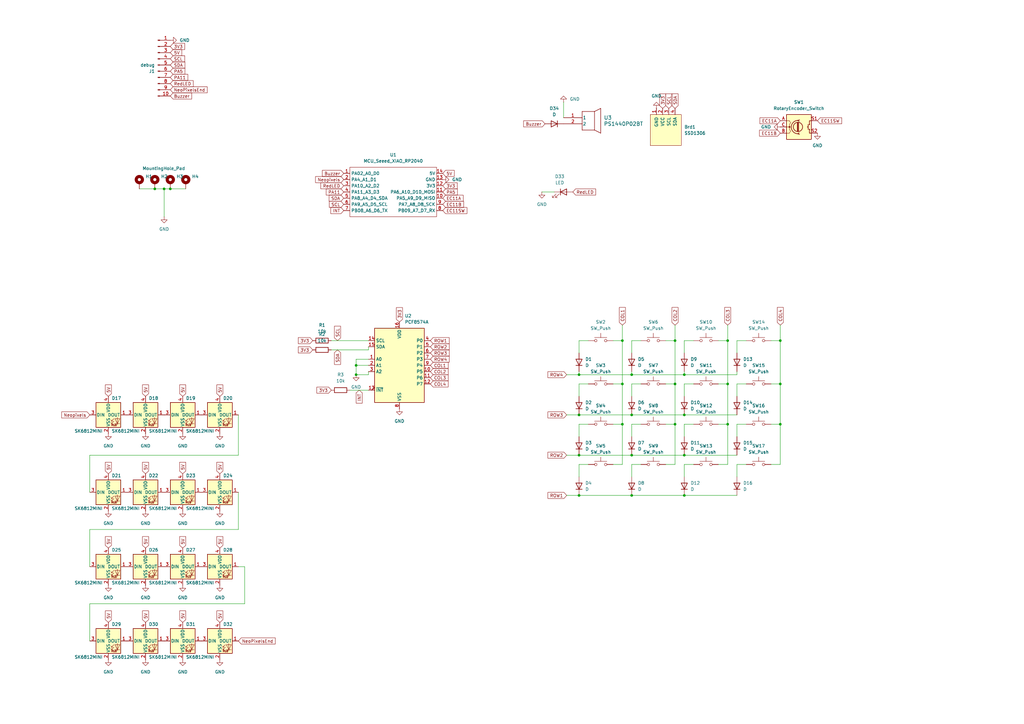
<source format=kicad_sch>
(kicad_sch (version 20231120) (generator "eeschema") (generator_version "8.0")
  (paper "A3")
  (lib_symbols
    (symbol "Connector:Conn_01x10_Pin" (pin_names (offset 1.016) hide)
      (property "Reference" "J" (at 0 12.7 0))
      (property "Value" "Conn_01x10_Pin" (at 0 -15.24 0))
      (symbol "Conn_01x10_Pin_1_1"
        (pin passive line (at 5.08 10.16 180) (length 3.81) (name "Pin_1") (number "1"))
        (pin passive line (at 5.08 -12.7 180) (length 3.81) (name "Pin_10") (number "10"))
        (pin passive line (at 5.08 7.62 180) (length 3.81) (name "Pin_2") (number "2"))
        (pin passive line (at 5.08 5.08 180) (length 3.81) (name "Pin_3") (number "3"))
        (pin passive line (at 5.08 2.54 180) (length 3.81) (name "Pin_4") (number "4"))
        (pin passive line (at 5.08 0 180) (length 3.81) (name "Pin_5") (number "5"))
        (pin passive line (at 5.08 -2.54 180) (length 3.81) (name "Pin_6") (number "6"))
        (pin passive line (at 5.08 -5.08 180) (length 3.81) (name "Pin_7") (number "7"))
        (pin passive line (at 5.08 -7.62 180) (length 3.81) (name "Pin_8") (number "8"))
        (pin passive line (at 5.08 -10.16 180) (length 3.81) (name "Pin_9") (number "9"))
      )
    )
    (symbol "Device:D" (pin_numbers hide) (pin_names (offset 1.016) hide)
      (property "Reference" "D" (at 0 2.54 0))
      (property "Value" "D" (at 0 -2.54 0))
      (symbol "D_1_1"
        (pin passive line (at -3.81 0 0) (length 2.54) (name "K") (number "1"))
        (pin passive line (at 3.81 0 180) (length 2.54) (name "A") (number "2"))
      )
    )
    (symbol "Device:LED" (pin_numbers hide) (pin_names (offset 1.016) hide)
      (property "Reference" "D" (at 0 2.54 0))
      (property "Value" "LED" (at 0 -2.54 0))
      (symbol "LED_1_1"
        (pin passive line (at -3.81 0 0) (length 2.54) (name "K") (number "1"))
        (pin passive line (at 3.81 0 180) (length 2.54) (name "A") (number "2"))
      )
    )
    (symbol "Device:RotaryEncoder_Switch" (pin_names (offset 0.254) hide)
      (property "Reference" "SW" (at 0 6.604 0))
      (property "Value" "RotaryEncoder_Switch" (at 0 -6.604 0))
      (symbol "RotaryEncoder_Switch_1_1"
        (pin passive line (at -7.62 2.54 0) (length 2.54) (name "A") (number "A"))
        (pin passive line (at -7.62 -2.54 0) (length 2.54) (name "B") (number "B"))
        (pin passive line (at -7.62 0 0) (length 2.54) (name "C") (number "C"))
        (pin passive line (at 7.62 2.54 180) (length 2.54) (name "S1") (number "S1"))
        (pin passive line (at 7.62 -2.54 180) (length 2.54) (name "S2") (number "S2"))
      )
    )
    (symbol "Interface_Expansion:PCF8574A"
      (property "Reference" "U" (at -8.89 16.51 0))
      (property "Value" "PCF8574A" (at 2.54 16.51 0))
      (symbol "PCF8574A_1_1"
        (pin input line (at -12.7 2.54 0) (length 2.54) (name "A0") (number "1"))
        (pin bidirectional line (at 12.7 -2.54 180) (length 2.54) (name "P5") (number "10"))
        (pin bidirectional line (at 12.7 -5.08 180) (length 2.54) (name "P6") (number "11"))
        (pin bidirectional line (at 12.7 -7.62 180) (length 2.54) (name "P7") (number "12"))
        (pin open_collector output_low (at -12.7 -10.16 0) (length 2.54) (name "~{INT}") (number "13"))
        (pin input line (at -12.7 10.16 0) (length 2.54) (name "SCL") (number "14"))
        (pin bidirectional line (at -12.7 7.62 0) (length 2.54) (name "SDA") (number "15"))
        (pin power_in line (at 0 17.78 270) (length 2.54) (name "VDD") (number "16"))
        (pin input line (at -12.7 0 0) (length 2.54) (name "A1") (number "2"))
        (pin input line (at -12.7 -2.54 0) (length 2.54) (name "A2") (number "3"))
        (pin bidirectional line (at 12.7 10.16 180) (length 2.54) (name "P0") (number "4"))
        (pin bidirectional line (at 12.7 7.62 180) (length 2.54) (name "P1") (number "5"))
        (pin bidirectional line (at 12.7 5.08 180) (length 2.54) (name "P2") (number "6"))
        (pin bidirectional line (at 12.7 2.54 180) (length 2.54) (name "P3") (number "7"))
        (pin power_in line (at 0 -17.78 90) (length 2.54) (name "VSS") (number "8"))
        (pin bidirectional line (at 12.7 0 180) (length 2.54) (name "P4") (number "9"))
      )
    )
    (symbol "LED:SK6812MINI" (pin_names (offset 0.254))
      (property "Reference" "D" (at 5.08 5.715 0))
      (property "Value" "SK6812MINI" (at 1.27 -5.715 0))
      (symbol "SK6812MINI_0_0"
        (text "RGB" (at 2.286 -4.191 0) (effects (font (size 0.762 0.762))))
      )
      (symbol "SK6812MINI_1_1"
        (pin output line (at 7.62 0 180) (length 2.54) (name "DOUT") (number "1"))
        (pin power_in line (at 0 -7.62 90) (length 2.54) (name "VSS") (number "2"))
        (pin input line (at -7.62 0 0) (length 2.54) (name "DIN") (number "3"))
        (pin power_in line (at 0 7.62 270) (length 2.54) (name "VDD") (number "4"))
      )
    )
    (symbol "Mechanical:MountingHole_Pad" (pin_numbers hide) (pin_names (offset 1.016) hide) (exclude_from_sim yes) (in_bom no)
      (property "Reference" "H" (at 0 6.35 0))
      (property "Value" "MountingHole_Pad" (at 0 4.445 0))
      (symbol "MountingHole_Pad_1_1"
        (pin input line (at 0 -2.54 90) (length 2.54) (name "1") (number "1"))
      )
    )
    (symbol "SSD1306-128x64_OLED:SSD1306" (pin_names (offset 1.016))
      (property "Reference" "Brd" (at 0 -3.81 0))
      (property "Value" "SSD1306" (at 0 -1.27 0))
      (symbol "SSD1306_1_1"
        (pin input line (at -3.81 8.89 270) (length 2.54) (name "GND") (number "1"))
        (pin input line (at -1.27 8.89 270) (length 2.54) (name "VCC") (number "2"))
        (pin input line (at 1.27 8.89 270) (length 2.54) (name "SCL") (number "3"))
        (pin input line (at 3.81 8.89 270) (length 2.54) (name "SDA") (number "4"))
      )
    )
    (symbol "ScottoKeebs:MCU_Seeed_XIAO_RP2040"
      (property "Reference" "U" (at -16.51 11.43 0))
      (property "Value" "MCU_Seeed_XIAO_RP2040" (at -3.81 -11.43 0))
      (symbol "MCU_Seeed_XIAO_RP2040_1_1"
        (pin passive line (at -19.05 7.62 0) (length 2.54) (name "PA02_A0_D0") (number "1"))
        (pin passive line (at 21.59 -2.54 180) (length 2.54) (name "PA5_A9_D9_MISO") (number "10"))
        (pin passive line (at 21.59 0 180) (length 2.54) (name "PA6_A10_D10_MOSI") (number "11"))
        (pin passive line (at 21.59 2.54 180) (length 2.54) (name "3V3") (number "12"))
        (pin passive line (at 21.59 5.08 180) (length 2.54) (name "GND") (number "13"))
        (pin passive line (at 21.59 7.62 180) (length 2.54) (name "5V") (number "14"))
        (pin passive line (at -19.05 5.08 0) (length 2.54) (name "PA4_A1_D1") (number "2"))
        (pin passive line (at -19.05 2.54 0) (length 2.54) (name "PA10_A2_D2") (number "3"))
        (pin passive line (at -19.05 0 0) (length 2.54) (name "PA11_A3_D3") (number "4"))
        (pin passive line (at -19.05 -2.54 0) (length 2.54) (name "PA8_A4_D4_SDA") (number "5"))
        (pin passive line (at -19.05 -5.08 0) (length 2.54) (name "PA9_A5_D5_SCL") (number "6"))
        (pin passive line (at -19.05 -7.62 0) (length 2.54) (name "PB08_A6_D6_TX") (number "7"))
        (pin passive line (at 21.59 -7.62 180) (length 2.54) (name "PB09_A7_D7_RX") (number "8"))
        (pin passive line (at 21.59 -5.08 180) (length 2.54) (name "PA7_A8_D8_SCK") (number "9"))
      )
    )
    (symbol "ScottoKeebs:Placeholder_Resistor" (pin_numbers hide) (pin_names (offset 0))
      (property "Reference" "R" (at 0 2.032 0))
      (property "Value" "Resistor" (at 0 -2.54 0))
      (symbol "Placeholder_Resistor_1_1"
        (pin passive line (at -3.81 0 0) (length 1.27) (name "~") (number "1"))
        (pin passive line (at 3.81 0 180) (length 1.27) (name "~") (number "2"))
      )
    )
    (symbol "Switch:SW_Push" (pin_numbers hide) (pin_names (offset 1.016) hide)
      (property "Reference" "SW" (at 1.27 2.54 0))
      (property "Value" "SW_Push" (at 0 -1.524 0))
      (symbol "SW_Push_0_1"
        (pin passive line (at -5.08 0 0) (length 2.54) (name "1") (number "1"))
        (pin passive line (at 5.08 0 180) (length 2.54) (name "2") (number "2"))
      )
    )
    (symbol "buzzer:PS1440P02BT" (pin_names (offset 0.254))
      (property "Reference" "U" (at 7.62 7.62 0))
      (property "Value" "PS1440P02BT" (at 20.32 7.62 0))
      (symbol "PS1440P02BT_0_1"
        (pin unspecified line (at 0 0 0) (length 7.62) (name "1") (number "1"))
        (pin unspecified line (at 0 -2.54 0) (length 7.62) (name "2") (number "2"))
      )
    )
    (symbol "power:GND" (power) (pin_numbers hide) (pin_names (offset 0) hide)
      (property "Value" "GND" (at 0 -3.81 0))
      (symbol "GND_1_1"
        (pin power_in line (at 0 0 270) (length 0) (name "~") (number "1"))
      )
    )
  )
  (junction (at 276.86 139.7))
  (junction (at 320.04 173.99))
  (junction (at 237.49 170.18))
  (junction (at 255.27 157.48))
  (junction (at 280.67 203.2))
  (junction (at 69.85 77.47))
  (junction (at 255.27 139.7))
  (junction (at 255.27 173.99))
  (junction (at 259.08 186.69))
  (junction (at 237.49 186.69))
  (junction (at 280.67 153.67))
  (junction (at 237.49 153.67))
  (junction (at 259.08 153.67))
  (junction (at 298.45 157.48))
  (junction (at 237.49 203.2))
  (junction (at 146.05 153.67))
  (junction (at 298.45 139.7))
  (junction (at 280.67 170.18))
  (junction (at 146.05 149.86))
  (junction (at 276.86 173.99))
  (junction (at 320.04 139.7))
  (junction (at 63.5 77.47))
  (junction (at 259.08 203.2))
  (junction (at 320.04 157.48))
  (junction (at 276.86 157.48))
  (junction (at 259.08 170.18))
  (junction (at 280.67 186.69))
  (junction (at 67.31 77.47))
  (junction (at 298.45 173.99))
  (wire (pts (xy 280.67 162.56) (xy 280.67 157.48)))
  (wire (pts (xy 276.86 173.99) (xy 276.86 190.5)))
  (wire (pts (xy 302.26 195.58) (xy 302.26 190.5)))
  (wire (pts (xy 151.13 153.67) (xy 151.13 152.4)))
  (wire (pts (xy 280.67 152.4) (xy 280.67 153.67)))
  (wire (pts (xy 255.27 173.99) (xy 255.27 190.5)))
  (wire (pts (xy 237.49 157.48) (xy 241.3 157.48)))
  (wire (pts (xy 97.79 170.18) (xy 97.79 186.69)))
  (wire (pts (xy 259.08 173.99) (xy 262.89 173.99)))
  (wire (pts (xy 302.26 162.56) (xy 302.26 157.48)))
  (wire (pts (xy 276.86 157.48) (xy 276.86 173.99)))
  (wire (pts (xy 135.89 143.51) (xy 151.13 143.51)))
  (wire (pts (xy 302.26 152.4) (xy 302.26 153.67)))
  (wire (pts (xy 67.31 88.9) (xy 67.31 77.47)))
  (wire (pts (xy 237.49 139.7) (xy 241.3 139.7)))
  (wire (pts (xy 143.51 160.02) (xy 151.13 160.02)))
  (wire (pts (xy 100.33 247.65) (xy 36.83 247.65)))
  (wire (pts (xy 251.46 173.99) (xy 255.27 173.99)))
  (wire (pts (xy 276.86 139.7) (xy 276.86 157.48)))
  (wire (pts (xy 259.08 170.18) (xy 280.67 170.18)))
  (wire (pts (xy 298.45 173.99) (xy 298.45 190.5)))
  (wire (pts (xy 302.26 144.78) (xy 302.26 139.7)))
  (wire (pts (xy 276.86 139.7) (xy 273.05 139.7)))
  (wire (pts (xy 255.27 157.48) (xy 255.27 173.99)))
  (wire (pts (xy 320.04 139.7) (xy 316.23 139.7)))
  (wire (pts (xy 259.08 139.7) (xy 262.89 139.7)))
  (wire (pts (xy 36.83 186.69) (xy 36.83 201.93)))
  (wire (pts (xy 302.26 173.99) (xy 306.07 173.99)))
  (wire (pts (xy 97.79 201.93) (xy 97.79 217.17)))
  (wire (pts (xy 320.04 173.99) (xy 320.04 190.5)))
  (wire (pts (xy 67.31 77.47) (xy 69.85 77.47)))
  (wire (pts (xy 320.04 157.48) (xy 320.04 173.99)))
  (wire (pts (xy 237.49 152.4) (xy 237.49 153.67)))
  (wire (pts (xy 231.14 41.91) (xy 231.14 48.26)))
  (wire (pts (xy 280.67 186.69) (xy 302.26 186.69)))
  (wire (pts (xy 259.08 186.69) (xy 280.67 186.69)))
  (wire (pts (xy 259.08 144.78) (xy 259.08 139.7)))
  (wire (pts (xy 255.27 139.7) (xy 255.27 157.48)))
  (wire (pts (xy 251.46 157.48) (xy 255.27 157.48)))
  (wire (pts (xy 316.23 190.5) (xy 320.04 190.5)))
  (wire (pts (xy 232.41 153.67) (xy 237.49 153.67)))
  (wire (pts (xy 294.64 157.48) (xy 298.45 157.48)))
  (wire (pts (xy 259.08 203.2) (xy 280.67 203.2)))
  (wire (pts (xy 298.45 133.35) (xy 298.45 139.7)))
  (wire (pts (xy 69.85 77.47) (xy 76.2 77.47)))
  (wire (pts (xy 259.08 195.58) (xy 259.08 190.5)))
  (wire (pts (xy 251.46 190.5) (xy 255.27 190.5)))
  (wire (pts (xy 237.49 173.99) (xy 241.3 173.99)))
  (wire (pts (xy 302.26 157.48) (xy 306.07 157.48)))
  (wire (pts (xy 135.89 139.7) (xy 151.13 139.7)))
  (wire (pts (xy 237.49 144.78) (xy 237.49 139.7)))
  (wire (pts (xy 294.64 173.99) (xy 298.45 173.99)))
  (wire (pts (xy 237.49 203.2) (xy 259.08 203.2)))
  (wire (pts (xy 151.13 143.51) (xy 151.13 142.24)))
  (wire (pts (xy 259.08 157.48) (xy 262.89 157.48)))
  (wire (pts (xy 237.49 179.07) (xy 237.49 173.99)))
  (wire (pts (xy 302.26 179.07) (xy 302.26 173.99)))
  (wire (pts (xy 280.67 157.48) (xy 284.48 157.48)))
  (wire (pts (xy 298.45 139.7) (xy 298.45 157.48)))
  (wire (pts (xy 237.49 186.69) (xy 259.08 186.69)))
  (wire (pts (xy 320.04 133.35) (xy 320.04 139.7)))
  (wire (pts (xy 255.27 133.35) (xy 255.27 139.7)))
  (wire (pts (xy 280.67 139.7) (xy 284.48 139.7)))
  (wire (pts (xy 280.67 170.18) (xy 302.26 170.18)))
  (wire (pts (xy 273.05 173.99) (xy 276.86 173.99)))
  (wire (pts (xy 316.23 157.48) (xy 320.04 157.48)))
  (wire (pts (xy 280.67 153.67) (xy 302.26 153.67)))
  (wire (pts (xy 280.67 173.99) (xy 284.48 173.99)))
  (wire (pts (xy 97.79 232.41) (xy 100.33 232.41)))
  (wire (pts (xy 237.49 195.58) (xy 237.49 190.5)))
  (wire (pts (xy 280.67 179.07) (xy 280.67 173.99)))
  (wire (pts (xy 280.67 144.78) (xy 280.67 139.7)))
  (wire (pts (xy 146.05 147.32) (xy 146.05 149.86)))
  (wire (pts (xy 320.04 139.7) (xy 320.04 157.48)))
  (wire (pts (xy 273.05 190.5) (xy 276.86 190.5)))
  (wire (pts (xy 232.41 186.69) (xy 237.49 186.69)))
  (wire (pts (xy 100.33 232.41) (xy 100.33 247.65)))
  (wire (pts (xy 237.49 170.18) (xy 259.08 170.18)))
  (wire (pts (xy 63.5 77.47) (xy 57.15 77.47)))
  (wire (pts (xy 237.49 162.56) (xy 237.49 157.48)))
  (wire (pts (xy 255.27 139.7) (xy 251.46 139.7)))
  (wire (pts (xy 259.08 153.67) (xy 280.67 153.67)))
  (wire (pts (xy 280.67 203.2) (xy 302.26 203.2)))
  (wire (pts (xy 237.49 190.5) (xy 241.3 190.5)))
  (wire (pts (xy 36.83 247.65) (xy 36.83 262.89)))
  (wire (pts (xy 151.13 147.32) (xy 146.05 147.32)))
  (wire (pts (xy 276.86 133.35) (xy 276.86 139.7)))
  (wire (pts (xy 151.13 149.86) (xy 146.05 149.86)))
  (wire (pts (xy 146.05 149.86) (xy 146.05 153.67)))
  (wire (pts (xy 302.26 190.5) (xy 306.07 190.5)))
  (wire (pts (xy 294.64 190.5) (xy 298.45 190.5)))
  (wire (pts (xy 36.83 217.17) (xy 36.83 232.41)))
  (wire (pts (xy 259.08 190.5) (xy 262.89 190.5)))
  (wire (pts (xy 280.67 195.58) (xy 280.67 190.5)))
  (wire (pts (xy 97.79 186.69) (xy 36.83 186.69)))
  (wire (pts (xy 298.45 139.7) (xy 294.64 139.7)))
  (wire (pts (xy 259.08 162.56) (xy 259.08 157.48)))
  (wire (pts (xy 259.08 152.4) (xy 259.08 153.67)))
  (wire (pts (xy 146.05 153.67) (xy 151.13 153.67)))
  (wire (pts (xy 237.49 153.67) (xy 259.08 153.67)))
  (wire (pts (xy 67.31 77.47) (xy 63.5 77.47)))
  (wire (pts (xy 302.26 139.7) (xy 306.07 139.7)))
  (wire (pts (xy 222.25 78.74) (xy 227.33 78.74)))
  (wire (pts (xy 232.41 170.18) (xy 237.49 170.18)))
  (wire (pts (xy 97.79 217.17) (xy 36.83 217.17)))
  (wire (pts (xy 298.45 157.48) (xy 298.45 173.99)))
  (wire (pts (xy 259.08 179.07) (xy 259.08 173.99)))
  (wire (pts (xy 273.05 157.48) (xy 276.86 157.48)))
  (wire (pts (xy 232.41 203.2) (xy 237.49 203.2)))
  (wire (pts (xy 316.23 173.99) (xy 320.04 173.99)))
  (wire (pts (xy 280.67 190.5) (xy 284.48 190.5)))
  (global_label "COL4" (shape input) (at 320.04 133.35 90) (property "Intersheetrefs" "${INTERSHEET_REFS}" (effects (hide yes))))
  (global_label "ROW4" (shape input) (at 232.41 153.67 180) (property "Intersheetrefs" "${INTERSHEET_REFS}" (effects (hide yes))))
  (global_label "Buzzer" (shape input) (at 140.97 71.12 180) (property "Intersheetrefs" "${INTERSHEET_REFS}" (effects (hide yes))))
  (global_label "EC11B" (shape input) (at 320.04 54.61 180) (property "Intersheetrefs" "${INTERSHEET_REFS}" (effects (hide yes))))
  (global_label "ROW2" (shape input) (at 232.41 186.69 180) (property "Intersheetrefs" "${INTERSHEET_REFS}" (effects (hide yes))))
  (global_label "SDA" (shape input) (at 69.85 26.67 0) (property "Intersheetrefs" "${INTERSHEET_REFS}" (effects (hide yes))))
  (global_label "INT" (shape input) (at 140.97 86.36 180) (property "Intersheetrefs" "${INTERSHEET_REFS}" (effects (hide yes))))
  (global_label "SCL" (shape input) (at 138.43 139.7 90) (property "Intersheetrefs" "${INTERSHEET_REFS}" (effects (hide yes))))
  (global_label "ROW1" (shape input) (at 232.41 203.2 180) (property "Intersheetrefs" "${INTERSHEET_REFS}" (effects (hide yes))))
  (global_label "Neopixels" (shape input) (at 140.97 73.66 180) (property "Intersheetrefs" "${INTERSHEET_REFS}" (effects (hide yes))))
  (global_label "EC11SW" (shape input) (at 335.28 49.53 0) (property "Intersheetrefs" "${INTERSHEET_REFS}" (effects (hide yes))))
  (global_label "ROW2" (shape input) (at 176.53 142.24 0) (property "Intersheetrefs" "${INTERSHEET_REFS}" (effects (hide yes))))
  (global_label "Buzzer" (shape input) (at 69.85 39.37 0) (property "Intersheetrefs" "${INTERSHEET_REFS}" (effects (hide yes))))
  (global_label "3V3" (shape input) (at 69.85 19.05 0) (property "Intersheetrefs" "${INTERSHEET_REFS}" (effects (hide yes))))
  (global_label "5V" (shape input) (at 90.17 255.27 90) (property "Intersheetrefs" "${INTERSHEET_REFS}" (effects (hide yes))))
  (global_label "ROW3" (shape input) (at 176.53 144.78 0) (property "Intersheetrefs" "${INTERSHEET_REFS}" (effects (hide yes))))
  (global_label "5V" (shape input) (at 90.17 162.56 90) (property "Intersheetrefs" "${INTERSHEET_REFS}" (effects (hide yes))))
  (global_label "5V" (shape input) (at 74.93 255.27 90) (property "Intersheetrefs" "${INTERSHEET_REFS}" (effects (hide yes))))
  (global_label "EC11B" (shape input) (at 181.61 83.82 0) (property "Intersheetrefs" "${INTERSHEET_REFS}" (effects (hide yes))))
  (global_label "COL1" (shape input) (at 255.27 133.35 90) (property "Intersheetrefs" "${INTERSHEET_REFS}" (effects (hide yes))))
  (global_label "SCL" (shape input) (at 69.85 24.13 0) (property "Intersheetrefs" "${INTERSHEET_REFS}" (effects (hide yes))))
  (global_label "5V" (shape input) (at 69.85 21.59 0) (property "Intersheetrefs" "${INTERSHEET_REFS}" (effects (hide yes))))
  (global_label "ROW1" (shape input) (at 176.53 139.7 0) (property "Intersheetrefs" "${INTERSHEET_REFS}" (effects (hide yes))))
  (global_label "RedLED" (shape input) (at 140.97 76.2 180) (property "Intersheetrefs" "${INTERSHEET_REFS}" (effects (hide yes))))
  (global_label "ROW4" (shape input) (at 176.53 147.32 0) (property "Intersheetrefs" "${INTERSHEET_REFS}" (effects (hide yes))))
  (global_label "PA5" (shape input) (at 181.61 78.74 0) (property "Intersheetrefs" "${INTERSHEET_REFS}" (effects (hide yes))))
  (global_label "5V" (shape input) (at 59.69 194.31 90) (property "Intersheetrefs" "${INTERSHEET_REFS}" (effects (hide yes))))
  (global_label "5V" (shape input) (at 90.17 194.31 90) (property "Intersheetrefs" "${INTERSHEET_REFS}" (effects (hide yes))))
  (global_label "INT" (shape input) (at 147.32 160.02 270) (property "Intersheetrefs" "${INTERSHEET_REFS}" (effects (hide yes))))
  (global_label "RedLED" (shape input) (at 234.95 78.74 0) (property "Intersheetrefs" "${INTERSHEET_REFS}" (effects (hide yes))))
  (global_label "RedLED" (shape input) (at 69.85 34.29 0) (property "Intersheetrefs" "${INTERSHEET_REFS}" (effects (hide yes))))
  (global_label "SCL" (shape input) (at 274.32 44.45 90) (property "Intersheetrefs" "${INTERSHEET_REFS}" (effects (hide yes))))
  (global_label "5V" (shape input) (at 74.93 162.56 90) (property "Intersheetrefs" "${INTERSHEET_REFS}" (effects (hide yes))))
  (global_label "PA11" (shape input) (at 140.97 78.74 180) (property "Intersheetrefs" "${INTERSHEET_REFS}" (effects (hide yes))))
  (global_label "EC11SW" (shape input) (at 181.61 86.36 0) (property "Intersheetrefs" "${INTERSHEET_REFS}" (effects (hide yes))))
  (global_label "COL2" (shape input) (at 176.53 152.4 0) (property "Intersheetrefs" "${INTERSHEET_REFS}" (effects (hide yes))))
  (global_label "SCL" (shape input) (at 140.97 83.82 180) (property "Intersheetrefs" "${INTERSHEET_REFS}" (effects (hide yes))))
  (global_label "3V3" (shape input) (at 128.27 143.51 180) (property "Intersheetrefs" "${INTERSHEET_REFS}" (effects (hide yes))))
  (global_label "3V3" (shape input) (at 181.61 76.2 0) (property "Intersheetrefs" "${INTERSHEET_REFS}" (effects (hide yes))))
  (global_label "SDA" (shape input) (at 276.86 44.45 90) (property "Intersheetrefs" "${INTERSHEET_REFS}" (effects (hide yes))))
  (global_label "SDA" (shape input) (at 140.97 81.28 180) (property "Intersheetrefs" "${INTERSHEET_REFS}" (effects (hide yes))))
  (global_label "5V" (shape input) (at 44.45 224.79 90) (property "Intersheetrefs" "${INTERSHEET_REFS}" (effects (hide yes))))
  (global_label "COL2" (shape input) (at 276.86 133.35 90) (property "Intersheetrefs" "${INTERSHEET_REFS}" (effects (hide yes))))
  (global_label "Neopixels" (shape input) (at 36.83 170.18 180) (property "Intersheetrefs" "${INTERSHEET_REFS}" (effects (hide yes))))
  (global_label "5V" (shape input) (at 44.45 194.31 90) (property "Intersheetrefs" "${INTERSHEET_REFS}" (effects (hide yes))))
  (global_label "COL4" (shape input) (at 176.53 157.48 0) (property "Intersheetrefs" "${INTERSHEET_REFS}" (effects (hide yes))))
  (global_label "COL3" (shape input) (at 298.45 133.35 90) (property "Intersheetrefs" "${INTERSHEET_REFS}" (effects (hide yes))))
  (global_label "5V" (shape input) (at 59.69 255.27 90) (property "Intersheetrefs" "${INTERSHEET_REFS}" (effects (hide yes))))
  (global_label "COL1" (shape input) (at 176.53 149.86 0) (property "Intersheetrefs" "${INTERSHEET_REFS}" (effects (hide yes))))
  (global_label "3V3" (shape input) (at 163.83 132.08 90) (property "Intersheetrefs" "${INTERSHEET_REFS}" (effects (hide yes))))
  (global_label "5V" (shape input) (at 59.69 162.56 90) (property "Intersheetrefs" "${INTERSHEET_REFS}" (effects (hide yes))))
  (global_label "EC11A" (shape input) (at 320.04 49.53 180) (property "Intersheetrefs" "${INTERSHEET_REFS}" (effects (hide yes))))
  (global_label "EC11A" (shape input) (at 181.61 81.28 0) (property "Intersheetrefs" "${INTERSHEET_REFS}" (effects (hide yes))))
  (global_label "NeoPixelsEnd" (shape input) (at 69.85 36.83 0) (property "Intersheetrefs" "${INTERSHEET_REFS}" (effects (hide yes))))
  (global_label "NeoPixelsEnd" (shape input) (at 97.79 262.89 0) (property "Intersheetrefs" "${INTERSHEET_REFS}" (effects (hide yes))))
  (global_label "Buzzer" (shape input) (at 223.52 50.8 180) (property "Intersheetrefs" "${INTERSHEET_REFS}" (effects (hide yes))))
  (global_label "5V" (shape input) (at 44.45 255.27 90) (property "Intersheetrefs" "${INTERSHEET_REFS}" (effects (hide yes))))
  (global_label "COL3" (shape input) (at 176.53 154.94 0) (property "Intersheetrefs" "${INTERSHEET_REFS}" (effects (hide yes))))
  (global_label "5V" (shape input) (at 44.45 162.56 90) (property "Intersheetrefs" "${INTERSHEET_REFS}" (effects (hide yes))))
  (global_label "5V" (shape input) (at 74.93 224.79 90) (property "Intersheetrefs" "${INTERSHEET_REFS}" (effects (hide yes))))
  (global_label "3V3" (shape input) (at 271.78 44.45 90) (property "Intersheetrefs" "${INTERSHEET_REFS}" (effects (hide yes))))
  (global_label "5V" (shape input) (at 181.61 71.12 0) (property "Intersheetrefs" "${INTERSHEET_REFS}" (effects (hide yes))))
  (global_label "5V" (shape input) (at 90.17 224.79 90) (property "Intersheetrefs" "${INTERSHEET_REFS}" (effects (hide yes))))
  (global_label "ROW3" (shape input) (at 232.41 170.18 180) (property "Intersheetrefs" "${INTERSHEET_REFS}" (effects (hide yes))))
  (global_label "5V" (shape input) (at 74.93 194.31 90) (property "Intersheetrefs" "${INTERSHEET_REFS}" (effects (hide yes))))
  (global_label "PA11" (shape input) (at 69.85 31.75 0) (property "Intersheetrefs" "${INTERSHEET_REFS}" (effects (hide yes))))
  (global_label "3V3" (shape input) (at 135.89 160.02 180) (property "Intersheetrefs" "${INTERSHEET_REFS}" (effects (hide yes))))
  (global_label "PA5" (shape input) (at 69.85 29.21 0) (property "Intersheetrefs" "${INTERSHEET_REFS}" (effects (hide yes))))
  (global_label "5V" (shape input) (at 59.69 224.79 90) (property "Intersheetrefs" "${INTERSHEET_REFS}" (effects (hide yes))))
  (global_label "SDA" (shape input) (at 138.43 143.51 270) (property "Intersheetrefs" "${INTERSHEET_REFS}" (effects (hide yes))))
  (global_label "3V3" (shape input) (at 128.27 139.7 180) (property "Intersheetrefs" "${INTERSHEET_REFS}" (effects (hide yes))))
  (symbol (lib_id "Mechanical:MountingHole_Pad") (at 57.15 74.93 0) (unit 1) (exclude_from_sim yes) (in_bom no)
    (property "Reference" "H1" (at 59.69 72.3899 0) (effects (justify left)))
    (property "Value" "MountingHole_Pad" (at 58.42 69.088 0) (effects (justify left)))
    (property "Footprint" "MountingHole:MountingHole_3.2mm_M3_Pad" (effects (hide yes)))
    (property "Description" "Mounting Hole with connection" (effects (hide yes)))
  )
  (symbol (lib_id "power:GND") (at 90.17 209.55 0) (unit 1)
    (property "Reference" "#PWR016" (effects (hide yes)))
    (property "Value" "GND" (at 90.17 214.63 0))
    (property "Description" "Power symbol creates a global label with name \"GND\" , ground" (effects (hide yes)))
  )
  (symbol (lib_id "LED:SK6812MINI") (at 44.45 262.89 0) (unit 1)
    (property "Reference" "D29" (at 47.752 256.032 0))
    (property "Value" "SK6812MINI" (at 36.322 269.494 0))
    (property "Footprint" "kicad-keyboard-parts.pretty-master:MX_SK6812MINI-E" (effects (hide yes)))
    (property "Datasheet" "https://cdn-shop.adafruit.com/product-files/2686/SK6812MINI_REV.01-1-2.pdf" (effects (hide yes)))
    (property "Description" "RGB LED with integrated controller" (effects (hide yes)))
  )
  (symbol (lib_id "Switch:SW_Push") (at 267.97 157.48 0) (unit 1)
    (property "Reference" "SW7" (at 267.97 149.86 0))
    (property "Value" "SW_Push" (at 267.97 152.4 0))
    (property "Footprint" "ScottoKeebs_Scotto:MX_Solder_1.00u" (effects (hide yes)))
  )
  (symbol (lib_id "power:GND") (at 146.05 153.67 0) (unit 1)
    (property "Reference" "#PWR07" (effects (hide yes)))
    (property "Value" "GND" (at 146.05 158.75 0))
    (property "Description" "Power symbol creates a global label with name \"GND\" , ground" (effects (hide yes)))
  )
  (symbol (lib_id "Switch:SW_Push") (at 267.97 173.99 0) (unit 1)
    (property "Reference" "SW8" (at 267.97 166.37 0))
    (property "Value" "SW_Push" (at 267.97 168.91 0))
    (property "Footprint" "ScottoKeebs_Scotto:MX_Solder_1.00u" (effects (hide yes)))
  )
  (symbol (lib_id "Switch:SW_Push") (at 289.56 173.99 0) (unit 1)
    (property "Reference" "SW12" (at 289.56 166.37 0))
    (property "Value" "SW_Push" (at 289.56 168.91 0))
    (property "Footprint" "ScottoKeebs_Scotto:MX_Solder_1.00u" (effects (hide yes)))
  )
  (symbol (lib_id "Interface_Expansion:PCF8574A") (at 163.83 149.86 0) (unit 1)
    (property "Reference" "U2" (at 166.0241 129.54 0) (effects (justify left)))
    (property "Value" "PCF8574A" (at 166.0241 132.08 0) (effects (justify left)))
    (property "Footprint" "PCF8574A:N16_TEX" (effects (hide yes)))
    (property "Datasheet" "http://www.nxp.com/docs/en/data-sheet/PCF8574_PCF8574A.pdf" (effects (hide yes)))
    (property "Description" "8 Bit Port/Expander to I2C Bus, DIP/SOIC-16" (effects (hide yes)))
  )
  (symbol (lib_id "Device:D") (at 237.49 148.59 90) (unit 1)
    (property "Reference" "D1" (at 240.03 147.3199 90) (effects (justify right)))
    (property "Value" "D" (at 240.03 149.8599 90) (effects (justify right)))
    (property "Footprint" "Diode_THT:D_DO-35_SOD27_P7.62mm_Horizontal" (effects (hide yes)))
    (property "Description" "Diode" (effects (hide yes)))
    (property "Sim.Device" "D" (effects (hide yes)))
    (property "Sim.Pins" "1=K 2=A" (effects (hide yes)))
  )
  (symbol (lib_id "buzzer:PS1440P02BT") (at 231.14 48.26 0) (unit 1)
    (property "Reference" "U3" (at 247.65 48.2599 0) (effects (font (size 1.524 1.524)) (justify left)))
    (property "Value" "PS1440P02BT" (at 247.65 50.7999 0) (effects (font (size 1.524 1.524)) (justify left)))
    (property "Footprint" "buzzer:PS1440P02BT_TDK" (effects (hide yes)))
    (property "Datasheet" "PS1440P02BT" (effects (hide yes)))
  )
  (symbol (lib_id "Device:D") (at 237.49 182.88 90) (unit 1)
    (property "Reference" "D3" (at 240.03 181.6099 90) (effects (justify right)))
    (property "Value" "D" (at 240.03 184.1499 90) (effects (justify right)))
    (property "Footprint" "Diode_THT:D_DO-35_SOD27_P7.62mm_Horizontal" (effects (hide yes)))
    (property "Description" "Diode" (effects (hide yes)))
    (property "Sim.Device" "D" (effects (hide yes)))
    (property "Sim.Pins" "1=K 2=A" (effects (hide yes)))
  )
  (symbol (lib_id "power:GND") (at 74.93 209.55 0) (unit 1)
    (property "Reference" "#PWR015" (effects (hide yes)))
    (property "Value" "GND" (at 74.93 214.63 0))
    (property "Description" "Power symbol creates a global label with name \"GND\" , ground" (effects (hide yes)))
  )
  (symbol (lib_id "LED:SK6812MINI") (at 59.69 170.18 0) (unit 1)
    (property "Reference" "D18" (at 62.992 163.322 0))
    (property "Value" "SK6812MINI" (at 51.562 176.784 0))
    (property "Footprint" "kicad-keyboard-parts.pretty-master:MX_SK6812MINI-E" (effects (hide yes)))
    (property "Datasheet" "https://cdn-shop.adafruit.com/product-files/2686/SK6812MINI_REV.01-1-2.pdf" (effects (hide yes)))
    (property "Description" "RGB LED with integrated controller" (effects (hide yes)))
  )
  (symbol (lib_id "power:GND") (at 44.45 209.55 0) (unit 1)
    (property "Reference" "#PWR013" (effects (hide yes)))
    (property "Value" "GND" (at 44.45 214.63 0))
    (property "Description" "Power symbol creates a global label with name \"GND\" , ground" (effects (hide yes)))
  )
  (symbol (lib_id "Switch:SW_Push") (at 311.15 157.48 0) (unit 1)
    (property "Reference" "SW15" (at 311.15 149.86 0))
    (property "Value" "SW_Push" (at 311.15 152.4 0))
    (property "Footprint" "ScottoKeebs_Scotto:MX_Solder_1.00u" (effects (hide yes)))
  )
  (symbol (lib_id "Switch:SW_Push") (at 267.97 190.5 0) (unit 1)
    (property "Reference" "SW9" (at 267.97 182.88 0))
    (property "Value" "SW_Push" (at 267.97 185.42 0))
    (property "Footprint" "ScottoKeebs_Scotto:MX_Solder_1.00u" (effects (hide yes)))
  )
  (symbol (lib_id "Connector:Conn_01x10_Pin") (at 64.77 26.67 0) (unit 1)
    (property "Reference" "J1" (at 63.5 29.2101 0) (effects (justify right)))
    (property "Value" "debug" (at 63.5 26.6701 0) (effects (justify right)))
    (property "Footprint" "Connector_PinHeader_2.54mm:PinHeader_1x10_P2.54mm_Vertical" (effects (hide yes)))
    (property "Description" "Generic connector, single row, 01x10, script generated" (effects (hide yes)))
  )
  (symbol (lib_id "LED:SK6812MINI") (at 74.93 262.89 0) (unit 1)
    (property "Reference" "D31" (at 78.232 256.032 0))
    (property "Value" "SK6812MINI" (at 66.802 269.494 0))
    (property "Footprint" "kicad-keyboard-parts.pretty-master:MX_SK6812MINI-E" (effects (hide yes)))
    (property "Datasheet" "https://cdn-shop.adafruit.com/product-files/2686/SK6812MINI_REV.01-1-2.pdf" (effects (hide yes)))
    (property "Description" "RGB LED with integrated controller" (effects (hide yes)))
  )
  (symbol (lib_id "LED:SK6812MINI") (at 74.93 201.93 0) (unit 1)
    (property "Reference" "D23" (at 78.232 195.072 0))
    (property "Value" "SK6812MINI" (at 66.802 208.534 0))
    (property "Footprint" "kicad-keyboard-parts.pretty-master:MX_SK6812MINI-E" (effects (hide yes)))
    (property "Datasheet" "https://cdn-shop.adafruit.com/product-files/2686/SK6812MINI_REV.01-1-2.pdf" (effects (hide yes)))
    (property "Description" "RGB LED with integrated controller" (effects (hide yes)))
  )
  (symbol (lib_id "Device:D") (at 302.26 148.59 90) (unit 1)
    (property "Reference" "D13" (at 304.8 147.3199 90) (effects (justify right)))
    (property "Value" "D" (at 304.8 149.8599 90) (effects (justify right)))
    (property "Footprint" "Diode_THT:D_DO-35_SOD27_P7.62mm_Horizontal" (effects (hide yes)))
    (property "Description" "Diode" (effects (hide yes)))
    (property "Sim.Device" "D" (effects (hide yes)))
    (property "Sim.Pins" "1=K 2=A" (effects (hide yes)))
  )
  (symbol (lib_id "Device:D") (at 237.49 166.37 90) (unit 1)
    (property "Reference" "D2" (at 240.03 165.0999 90) (effects (justify right)))
    (property "Value" "D" (at 240.03 167.6399 90) (effects (justify right)))
    (property "Footprint" "Diode_THT:D_DO-35_SOD27_P7.62mm_Horizontal" (effects (hide yes)))
    (property "Description" "Diode" (effects (hide yes)))
    (property "Sim.Device" "D" (effects (hide yes)))
    (property "Sim.Pins" "1=K 2=A" (effects (hide yes)))
  )
  (symbol (lib_id "Device:D") (at 302.26 182.88 90) (unit 1)
    (property "Reference" "D15" (at 304.8 181.6099 90) (effects (justify right)))
    (property "Value" "D" (at 304.8 184.1499 90) (effects (justify right)))
    (property "Footprint" "Diode_THT:D_DO-35_SOD27_P7.62mm_Horizontal" (effects (hide yes)))
    (property "Description" "Diode" (effects (hide yes)))
    (property "Sim.Device" "D" (effects (hide yes)))
    (property "Sim.Pins" "1=K 2=A" (effects (hide yes)))
  )
  (symbol (lib_id "Switch:SW_Push") (at 289.56 190.5 0) (unit 1)
    (property "Reference" "SW13" (at 289.56 182.88 0))
    (property "Value" "SW_Push" (at 289.56 185.42 0))
    (property "Footprint" "ScottoKeebs_Scotto:MX_Solder_1.00u" (effects (hide yes)))
  )
  (symbol (lib_id "LED:SK6812MINI") (at 90.17 170.18 0) (unit 1)
    (property "Reference" "D20" (at 93.472 163.322 0))
    (property "Value" "SK6812MINI" (at 82.042 176.784 0))
    (property "Footprint" "kicad-keyboard-parts.pretty-master:MX_SK6812MINI-E" (effects (hide yes)))
    (property "Datasheet" "https://cdn-shop.adafruit.com/product-files/2686/SK6812MINI_REV.01-1-2.pdf" (effects (hide yes)))
    (property "Description" "RGB LED with integrated controller" (effects (hide yes)))
  )
  (symbol (lib_id "power:GND") (at 59.69 270.51 0) (unit 1)
    (property "Reference" "#PWR022" (effects (hide yes)))
    (property "Value" "GND" (at 59.69 275.59 0))
    (property "Description" "Power symbol creates a global label with name \"GND\" , ground" (effects (hide yes)))
  )
  (symbol (lib_id "ScottoKeebs:Placeholder_Resistor") (at 132.08 143.51 0) (unit 1)
    (property "Reference" "R2" (at 132.08 137.16 0))
    (property "Value" "10k" (at 132.08 139.7 0))
    (property "Footprint" "Resistor_THT:R_Axial_DIN0204_L3.6mm_D1.6mm_P7.62mm_Horizontal" (effects (hide yes)))
    (property "Description" "Resistor" (effects (hide yes)))
  )
  (symbol (lib_id "power:GND") (at 269.24 44.45 180) (unit 1)
    (property "Reference" "#PWR03" (effects (hide yes)))
    (property "Value" "GND" (at 269.24 39.37 0))
    (property "Description" "Power symbol creates a global label with name \"GND\" , ground" (effects (hide yes)))
  )
  (symbol (lib_id "LED:SK6812MINI") (at 90.17 262.89 0) (unit 1)
    (property "Reference" "D32" (at 93.472 256.032 0))
    (property "Value" "SK6812MINI" (at 82.042 269.494 0))
    (property "Footprint" "kicad-keyboard-parts.pretty-master:MX_SK6812MINI-E" (effects (hide yes)))
    (property "Datasheet" "https://cdn-shop.adafruit.com/product-files/2686/SK6812MINI_REV.01-1-2.pdf" (effects (hide yes)))
    (property "Description" "RGB LED with integrated controller" (effects (hide yes)))
  )
  (symbol (lib_id "LED:SK6812MINI") (at 44.45 170.18 0) (unit 1)
    (property "Reference" "D17" (at 47.752 163.322 0))
    (property "Value" "SK6812MINI" (at 36.322 176.784 0))
    (property "Footprint" "kicad-keyboard-parts.pretty-master:MX_SK6812MINI-E" (effects (hide yes)))
    (property "Datasheet" "https://cdn-shop.adafruit.com/product-files/2686/SK6812MINI_REV.01-1-2.pdf" (effects (hide yes)))
    (property "Description" "RGB LED with integrated controller" (effects (hide yes)))
  )
  (symbol (lib_id "LED:SK6812MINI") (at 59.69 232.41 0) (unit 1)
    (property "Reference" "D26" (at 62.992 225.552 0))
    (property "Value" "SK6812MINI" (at 51.562 239.014 0))
    (property "Footprint" "kicad-keyboard-parts.pretty-master:MX_SK6812MINI-E" (effects (hide yes)))
    (property "Datasheet" "https://cdn-shop.adafruit.com/product-files/2686/SK6812MINI_REV.01-1-2.pdf" (effects (hide yes)))
    (property "Description" "RGB LED with integrated controller" (effects (hide yes)))
  )
  (symbol (lib_id "power:GND") (at 44.45 270.51 0) (unit 1)
    (property "Reference" "#PWR021" (effects (hide yes)))
    (property "Value" "GND" (at 44.45 275.59 0))
    (property "Description" "Power symbol creates a global label with name \"GND\" , ground" (effects (hide yes)))
  )
  (symbol (lib_id "Device:D") (at 259.08 199.39 90) (unit 1)
    (property "Reference" "D8" (at 261.62 198.1199 90) (effects (justify right)))
    (property "Value" "D" (at 261.62 200.6599 90) (effects (justify right)))
    (property "Footprint" "Diode_THT:D_DO-35_SOD27_P7.62mm_Horizontal" (effects (hide yes)))
    (property "Description" "Diode" (effects (hide yes)))
    (property "Sim.Device" "D" (effects (hide yes)))
    (property "Sim.Pins" "1=K 2=A" (effects (hide yes)))
  )
  (symbol (lib_id "power:GND") (at 74.93 270.51 0) (unit 1)
    (property "Reference" "#PWR023" (effects (hide yes)))
    (property "Value" "GND" (at 74.93 275.59 0))
    (property "Description" "Power symbol creates a global label with name \"GND\" , ground" (effects (hide yes)))
  )
  (symbol (lib_id "Device:D") (at 280.67 148.59 90) (unit 1)
    (property "Reference" "D9" (at 283.21 147.3199 90) (effects (justify right)))
    (property "Value" "D" (at 283.21 149.8599 90) (effects (justify right)))
    (property "Footprint" "Diode_THT:D_DO-35_SOD27_P7.62mm_Horizontal" (effects (hide yes)))
    (property "Description" "Diode" (effects (hide yes)))
    (property "Sim.Device" "D" (effects (hide yes)))
    (property "Sim.Pins" "1=K 2=A" (effects (hide yes)))
  )
  (symbol (lib_id "Switch:SW_Push") (at 267.97 139.7 0) (unit 1)
    (property "Reference" "SW6" (at 267.97 132.08 0))
    (property "Value" "SW_Push" (at 267.97 134.62 0))
    (property "Footprint" "ScottoKeebs_Scotto:MX_Solder_1.00u" (effects (hide yes)))
  )
  (symbol (lib_id "power:GND") (at 74.93 177.8 0) (unit 1)
    (property "Reference" "#PWR011" (effects (hide yes)))
    (property "Value" "GND" (at 74.93 182.88 0))
    (property "Description" "Power symbol creates a global label with name \"GND\" , ground" (effects (hide yes)))
  )
  (symbol (lib_id "power:GND") (at 222.25 78.74 0) (unit 1)
    (property "Reference" "#PWR025" (effects (hide yes)))
    (property "Value" "GND" (at 222.25 83.82 0))
    (property "Description" "Power symbol creates a global label with name \"GND\" , ground" (effects (hide yes)))
  )
  (symbol (lib_id "power:GND") (at 74.93 240.03 0) (unit 1)
    (property "Reference" "#PWR019" (effects (hide yes)))
    (property "Value" "GND" (at 74.93 245.11 0))
    (property "Description" "Power symbol creates a global label with name \"GND\" , ground" (effects (hide yes)))
  )
  (symbol (lib_id "power:GND") (at 231.14 41.91 180) (unit 1)
    (property "Reference" "#PWR06" (effects (hide yes)))
    (property "Value" "GND" (at 233.68 40.6399 0) (effects (justify right)))
    (property "Description" "Power symbol creates a global label with name \"GND\" , ground" (effects (hide yes)))
  )
  (symbol (lib_id "power:GND") (at 67.31 88.9 0) (unit 1)
    (property "Reference" "#PWR08" (effects (hide yes)))
    (property "Value" "GND" (at 67.31 93.98 0))
    (property "Description" "Power symbol creates a global label with name \"GND\" , ground" (effects (hide yes)))
  )
  (symbol (lib_id "power:GND") (at 59.69 177.8 0) (unit 1)
    (property "Reference" "#PWR010" (effects (hide yes)))
    (property "Value" "GND" (at 59.69 182.88 0))
    (property "Description" "Power symbol creates a global label with name \"GND\" , ground" (effects (hide yes)))
  )
  (symbol (lib_id "LED:SK6812MINI") (at 90.17 232.41 0) (unit 1)
    (property "Reference" "D28" (at 93.472 225.552 0))
    (property "Value" "SK6812MINI" (at 82.042 239.014 0))
    (property "Footprint" "kicad-keyboard-parts.pretty-master:MX_SK6812MINI-E" (effects (hide yes)))
    (property "Datasheet" "https://cdn-shop.adafruit.com/product-files/2686/SK6812MINI_REV.01-1-2.pdf" (effects (hide yes)))
    (property "Description" "RGB LED with integrated controller" (effects (hide yes)))
  )
  (symbol (lib_id "LED:SK6812MINI") (at 74.93 170.18 0) (unit 1)
    (property "Reference" "D19" (at 78.232 163.322 0))
    (property "Value" "SK6812MINI" (at 66.802 176.784 0))
    (property "Footprint" "kicad-keyboard-parts.pretty-master:MX_SK6812MINI-E" (effects (hide yes)))
    (property "Datasheet" "https://cdn-shop.adafruit.com/product-files/2686/SK6812MINI_REV.01-1-2.pdf" (effects (hide yes)))
    (property "Description" "RGB LED with integrated controller" (effects (hide yes)))
  )
  (symbol (lib_id "Device:D") (at 259.08 182.88 90) (unit 1)
    (property "Reference" "D7" (at 261.62 181.6099 90) (effects (justify right)))
    (property "Value" "D" (at 261.62 184.1499 90) (effects (justify right)))
    (property "Footprint" "Diode_THT:D_DO-35_SOD27_P7.62mm_Horizontal" (effects (hide yes)))
    (property "Description" "Diode" (effects (hide yes)))
    (property "Sim.Device" "D" (effects (hide yes)))
    (property "Sim.Pins" "1=K 2=A" (effects (hide yes)))
  )
  (symbol (lib_id "Device:D") (at 280.67 182.88 90) (unit 1)
    (property "Reference" "D11" (at 283.21 181.6099 90) (effects (justify right)))
    (property "Value" "D" (at 283.21 184.1499 90) (effects (justify right)))
    (property "Footprint" "Diode_THT:D_DO-35_SOD27_P7.62mm_Horizontal" (effects (hide yes)))
    (property "Description" "Diode" (effects (hide yes)))
    (property "Sim.Device" "D" (effects (hide yes)))
    (property "Sim.Pins" "1=K 2=A" (effects (hide yes)))
  )
  (symbol (lib_id "power:GND") (at 335.28 54.61 0) (unit 1)
    (property "Reference" "#PWR01" (effects (hide yes)))
    (property "Value" "GND" (at 335.28 59.69 0))
    (property "Description" "Power symbol creates a global label with name \"GND\" , ground" (effects (hide yes)))
  )
  (symbol (lib_id "ScottoKeebs:Placeholder_Resistor") (at 132.08 139.7 0) (unit 1)
    (property "Reference" "R1" (at 132.08 133.35 0))
    (property "Value" "10k" (at 132.08 135.89 0))
    (property "Footprint" "Resistor_THT:R_Axial_DIN0204_L3.6mm_D1.6mm_P7.62mm_Horizontal" (effects (hide yes)))
    (property "Description" "Resistor" (effects (hide yes)))
  )
  (symbol (lib_id "Device:D") (at 280.67 166.37 90) (unit 1)
    (property "Reference" "D10" (at 283.21 165.0999 90) (effects (justify right)))
    (property "Value" "D" (at 283.21 167.6399 90) (effects (justify right)))
    (property "Footprint" "Diode_THT:D_DO-35_SOD27_P7.62mm_Horizontal" (effects (hide yes)))
    (property "Description" "Diode" (effects (hide yes)))
    (property "Sim.Device" "D" (effects (hide yes)))
    (property "Sim.Pins" "1=K 2=A" (effects (hide yes)))
  )
  (symbol (lib_id "Device:D") (at 280.67 199.39 90) (unit 1)
    (property "Reference" "D12" (at 283.21 198.1199 90) (effects (justify right)))
    (property "Value" "D" (at 283.21 200.6599 90) (effects (justify right)))
    (property "Footprint" "Diode_THT:D_DO-35_SOD27_P7.62mm_Horizontal" (effects (hide yes)))
    (property "Description" "Diode" (effects (hide yes)))
    (property "Sim.Device" "D" (effects (hide yes)))
    (property "Sim.Pins" "1=K 2=A" (effects (hide yes)))
  )
  (symbol (lib_id "power:GND") (at 59.69 240.03 0) (unit 1)
    (property "Reference" "#PWR018" (effects (hide yes)))
    (property "Value" "GND" (at 59.69 245.11 0))
    (property "Description" "Power symbol creates a global label with name \"GND\" , ground" (effects (hide yes)))
  )
  (symbol (lib_id "Device:LED") (at 231.14 78.74 0) (unit 1)
    (property "Reference" "D33" (at 229.5525 72.39 0))
    (property "Value" "LED" (at 229.5525 74.93 0))
    (property "Footprint" "LED_THT:LED_D1.8mm_W3.3mm_H2.4mm" (effects (hide yes)))
    (property "Description" "Light emitting diode" (effects (hide yes)))
  )
  (symbol (lib_id "LED:SK6812MINI") (at 90.17 201.93 0) (unit 1)
    (property "Reference" "D24" (at 93.472 195.072 0))
    (property "Value" "SK6812MINI" (at 82.042 208.534 0))
    (property "Footprint" "kicad-keyboard-parts.pretty-master:MX_SK6812MINI-E" (effects (hide yes)))
    (property "Datasheet" "https://cdn-shop.adafruit.com/product-files/2686/SK6812MINI_REV.01-1-2.pdf" (effects (hide yes)))
    (property "Description" "RGB LED with integrated controller" (effects (hide yes)))
  )
  (symbol (lib_id "LED:SK6812MINI") (at 59.69 201.93 0) (unit 1)
    (property "Reference" "D22" (at 62.992 195.072 0))
    (property "Value" "SK6812MINI" (at 51.562 208.534 0))
    (property "Footprint" "kicad-keyboard-parts.pretty-master:MX_SK6812MINI-E" (effects (hide yes)))
    (property "Datasheet" "https://cdn-shop.adafruit.com/product-files/2686/SK6812MINI_REV.01-1-2.pdf" (effects (hide yes)))
    (property "Description" "RGB LED with integrated controller" (effects (hide yes)))
  )
  (symbol (lib_id "SSD1306-128x64_OLED:SSD1306") (at 273.05 53.34 0) (unit 1)
    (property "Reference" "Brd1" (at 280.67 52.0699 0) (effects (justify left)))
    (property "Value" "SSD1306" (at 280.67 54.6099 0) (effects (justify left)))
    (property "Footprint" "SSD1306:128x64OLED" (effects (hide yes)))
    (property "Description" "SSD1306 OLED" (effects (hide yes)))
  )
  (symbol (lib_id "LED:SK6812MINI") (at 44.45 201.93 0) (unit 1)
    (property "Reference" "D21" (at 47.752 195.072 0))
    (property "Value" "SK6812MINI" (at 36.322 208.534 0))
    (property "Footprint" "kicad-keyboard-parts.pretty-master:MX_SK6812MINI-E" (effects (hide yes)))
    (property "Datasheet" "https://cdn-shop.adafruit.com/product-files/2686/SK6812MINI_REV.01-1-2.pdf" (effects (hide yes)))
    (property "Description" "RGB LED with integrated controller" (effects (hide yes)))
  )
  (symbol (lib_id "Switch:SW_Push") (at 289.56 157.48 0) (unit 1)
    (property "Reference" "SW11" (at 289.56 149.86 0))
    (property "Value" "SW_Push" (at 289.56 152.4 0))
    (property "Footprint" "ScottoKeebs_Scotto:MX_Solder_1.00u" (effects (hide yes)))
  )
  (symbol (lib_id "Device:D") (at 302.26 166.37 90) (unit 1)
    (property "Reference" "D14" (at 304.8 165.0999 90) (effects (justify right)))
    (property "Value" "D" (at 304.8 167.6399 90) (effects (justify right)))
    (property "Footprint" "Diode_THT:D_DO-35_SOD27_P7.62mm_Horizontal" (effects (hide yes)))
    (property "Description" "Diode" (effects (hide yes)))
    (property "Sim.Device" "D" (effects (hide yes)))
    (property "Sim.Pins" "1=K 2=A" (effects (hide yes)))
  )
  (symbol (lib_id "Device:D") (at 259.08 166.37 90) (unit 1)
    (property "Reference" "D6" (at 261.62 165.0999 90) (effects (justify right)))
    (property "Value" "D" (at 261.62 167.6399 90) (effects (justify right)))
    (property "Footprint" "Diode_THT:D_DO-35_SOD27_P7.62mm_Horizontal" (effects (hide yes)))
    (property "Description" "Diode" (effects (hide yes)))
    (property "Sim.Device" "D" (effects (hide yes)))
    (property "Sim.Pins" "1=K 2=A" (effects (hide yes)))
  )
  (symbol (lib_id "Switch:SW_Push") (at 311.15 190.5 0) (unit 1)
    (property "Reference" "SW17" (at 311.15 182.88 0))
    (property "Value" "SW_Push" (at 311.15 185.42 0))
    (property "Footprint" "ScottoKeebs_Scotto:MX_Solder_1.00u" (effects (hide yes)))
  )
  (symbol (lib_id "Device:D") (at 302.26 199.39 90) (unit 1)
    (property "Reference" "D16" (at 304.8 198.1199 90) (effects (justify right)))
    (property "Value" "D" (at 304.8 200.6599 90) (effects (justify right)))
    (property "Footprint" "Diode_THT:D_DO-35_SOD27_P7.62mm_Horizontal" (effects (hide yes)))
    (property "Description" "Diode" (effects (hide yes)))
    (property "Sim.Device" "D" (effects (hide yes)))
    (property "Sim.Pins" "1=K 2=A" (effects (hide yes)))
  )
  (symbol (lib_id "power:GND") (at 59.69 209.55 0) (unit 1)
    (property "Reference" "#PWR014" (effects (hide yes)))
    (property "Value" "GND" (at 59.69 214.63 0))
    (property "Description" "Power symbol creates a global label with name \"GND\" , ground" (effects (hide yes)))
  )
  (symbol (lib_id "Mechanical:MountingHole_Pad") (at 76.2 74.93 0) (unit 1) (exclude_from_sim yes) (in_bom no)
    (property "Reference" "H4" (at 78.74 72.3899 0) (effects (justify left)))
    (property "Value" "MountingHole_Pad" (effects (hide yes)))
    (property "Footprint" "MountingHole:MountingHole_3.2mm_M3_Pad" (effects (hide yes)))
    (property "Description" "Mounting Hole with connection" (effects (hide yes)))
  )
  (symbol (lib_id "power:GND") (at 320.04 52.07 270) (unit 1)
    (property "Reference" "#PWR04" (effects (hide yes)))
    (property "Value" "GND" (at 316.23 52.0699 90) (effects (justify right)))
    (property "Description" "Power symbol creates a global label with name \"GND\" , ground" (effects (hide yes)))
  )
  (symbol (lib_id "LED:SK6812MINI") (at 44.45 232.41 0) (unit 1)
    (property "Reference" "D25" (at 47.752 225.552 0))
    (property "Value" "SK6812MINI" (at 36.322 239.014 0))
    (property "Footprint" "kicad-keyboard-parts.pretty-master:MX_SK6812MINI-E" (effects (hide yes)))
    (property "Datasheet" "https://cdn-shop.adafruit.com/product-files/2686/SK6812MINI_REV.01-1-2.pdf" (effects (hide yes)))
    (property "Description" "RGB LED with integrated controller" (effects (hide yes)))
  )
  (symbol (lib_id "ScottoKeebs:Placeholder_Resistor") (at 139.7 160.02 0) (unit 1)
    (property "Reference" "R3" (at 139.7 153.67 0))
    (property "Value" "10k" (at 139.7 156.21 0))
    (property "Footprint" "Resistor_THT:R_Axial_DIN0204_L3.6mm_D1.6mm_P7.62mm_Horizontal" (effects (hide yes)))
    (property "Description" "Resistor" (effects (hide yes)))
  )
  (symbol (lib_id "Switch:SW_Push") (at 311.15 139.7 0) (unit 1)
    (property "Reference" "SW14" (at 311.15 132.08 0))
    (property "Value" "SW_Push" (at 311.15 134.62 0))
    (property "Footprint" "ScottoKeebs_Scotto:MX_Solder_1.00u" (effects (hide yes)))
  )
  (symbol (lib_id "power:GND") (at 181.61 73.66 90) (unit 1)
    (property "Reference" "#PWR05" (effects (hide yes)))
    (property "Value" "GND" (at 185.42 73.6599 90) (effects (justify right)))
    (property "Description" "Power symbol creates a global label with name \"GND\" , ground" (effects (hide yes)))
  )
  (symbol (lib_id "Mechanical:MountingHole_Pad") (at 63.5 74.93 0) (unit 1) (exclude_from_sim yes) (in_bom no)
    (property "Reference" "H2" (at 66.04 72.3899 0) (effects (justify left)))
    (property "Value" "MountingHole_Pad" (effects (hide yes)))
    (property "Footprint" "MountingHole:MountingHole_3.2mm_M3_Pad" (effects (hide yes)))
    (property "Description" "Mounting Hole with connection" (effects (hide yes)))
  )
  (symbol (lib_id "ScottoKeebs:MCU_Seeed_XIAO_RP2040") (at 160.02 78.74 0) (unit 1)
    (property "Reference" "U1" (at 161.29 63.5 0))
    (property "Value" "MCU_Seeed_XIAO_RP2040" (at 161.29 66.04 0))
    (property "Footprint" "ScottoKeebs_MCU:Seeed_XIAO_RP2040" (effects (hide yes)))
  )
  (symbol (lib_id "power:GND") (at 90.17 177.8 0) (unit 1)
    (property "Reference" "#PWR012" (effects (hide yes)))
    (property "Value" "GND" (at 90.17 182.88 0))
    (property "Description" "Power symbol creates a global label with name \"GND\" , ground" (effects (hide yes)))
  )
  (symbol (lib_id "LED:SK6812MINI") (at 74.93 232.41 0) (unit 1)
    (property "Reference" "D27" (at 78.232 225.552 0))
    (property "Value" "SK6812MINI" (at 66.802 239.014 0))
    (property "Footprint" "kicad-keyboard-parts.pretty-master:MX_SK6812MINI-E" (effects (hide yes)))
    (property "Datasheet" "https://cdn-shop.adafruit.com/product-files/2686/SK6812MINI_REV.01-1-2.pdf" (effects (hide yes)))
    (property "Description" "RGB LED with integrated controller" (effects (hide yes)))
  )
  (symbol (lib_id "power:GND") (at 44.45 177.8 0) (unit 1)
    (property "Reference" "#PWR09" (effects (hide yes)))
    (property "Value" "GND" (at 44.45 182.88 0))
    (property "Description" "Power symbol creates a global label with name \"GND\" , ground" (effects (hide yes)))
  )
  (symbol (lib_id "power:GND") (at 69.85 16.51 90) (unit 1)
    (property "Reference" "#PWR026" (effects (hide yes)))
    (property "Value" "GND" (at 73.66 16.5101 90) (effects (justify right)))
    (property "Description" "Power symbol creates a global label with name \"GND\" , ground" (effects (hide yes)))
  )
  (symbol (lib_id "Switch:SW_Push") (at 246.38 173.99 0) (unit 1)
    (property "Reference" "SW4" (at 246.38 166.37 0))
    (property "Value" "SW_Push" (at 246.38 168.91 0))
    (property "Footprint" "ScottoKeebs_Scotto:MX_Solder_1.00u" (effects (hide yes)))
  )
  (symbol (lib_id "LED:SK6812MINI") (at 59.69 262.89 0) (unit 1)
    (property "Reference" "D30" (at 62.992 256.032 0))
    (property "Value" "SK6812MINI" (at 51.562 269.494 0))
    (property "Footprint" "kicad-keyboard-parts.pretty-master:MX_SK6812MINI-E" (effects (hide yes)))
    (property "Datasheet" "https://cdn-shop.adafruit.com/product-files/2686/SK6812MINI_REV.01-1-2.pdf" (effects (hide yes)))
    (property "Description" "RGB LED with integrated controller" (effects (hide yes)))
  )
  (symbol (lib_id "Device:RotaryEncoder_Switch") (at 327.66 52.07 0) (unit 1)
    (property "Reference" "SW1" (at 327.66 41.91 0))
    (property "Value" "RotaryEncoder_Switch" (at 327.66 44.45 0))
    (property "Footprint" "Rotary_Encoder:RotaryEncoder_Alps_EC11E-Switch_Vertical_H20mm" (effects (hide yes)))
    (property "Description" "Rotary encoder, dual channel, incremental quadrate outputs, with switch" (effects (hide yes)))
  )
  (symbol (lib_id "Device:D") (at 237.49 199.39 90) (unit 1)
    (property "Reference" "D4" (at 240.03 198.1199 90) (effects (justify right)))
    (property "Value" "D" (at 240.03 200.6599 90) (effects (justify right)))
    (property "Footprint" "Diode_THT:D_DO-35_SOD27_P7.62mm_Horizontal" (effects (hide yes)))
    (property "Description" "Diode" (effects (hide yes)))
    (property "Sim.Device" "D" (effects (hide yes)))
    (property "Sim.Pins" "1=K 2=A" (effects (hide yes)))
  )
  (symbol (lib_id "Device:D") (at 259.08 148.59 90) (unit 1)
    (property "Reference" "D5" (at 261.62 147.3199 90) (effects (justify right)))
    (property "Value" "D" (at 261.62 149.8599 90) (effects (justify right)))
    (property "Footprint" "Diode_THT:D_DO-35_SOD27_P7.62mm_Horizontal" (effects (hide yes)))
    (property "Description" "Diode" (effects (hide yes)))
    (property "Sim.Device" "D" (effects (hide yes)))
    (property "Sim.Pins" "1=K 2=A" (effects (hide yes)))
  )
  (symbol (lib_id "power:GND") (at 90.17 240.03 0) (unit 1)
    (property "Reference" "#PWR020" (effects (hide yes)))
    (property "Value" "GND" (at 90.17 245.11 0))
    (property "Description" "Power symbol creates a global label with name \"GND\" , ground" (effects (hide yes)))
  )
  (symbol (lib_id "Switch:SW_Push") (at 246.38 139.7 0) (unit 1)
    (property "Reference" "SW2" (at 246.38 132.08 0))
    (property "Value" "SW_Push" (at 246.38 134.62 0))
    (property "Footprint" "ScottoKeebs_Scotto:MX_Solder_1.00u" (effects (hide yes)))
  )
  (symbol (lib_id "Switch:SW_Push") (at 246.38 190.5 0) (unit 1)
    (property "Reference" "SW5" (at 246.38 182.88 0))
    (property "Value" "SW_Push" (at 246.38 185.42 0))
    (property "Footprint" "ScottoKeebs_Scotto:MX_Solder_1.00u" (effects (hide yes)))
  )
  (symbol (lib_id "Mechanical:MountingHole_Pad") (at 69.85 74.93 0) (unit 1) (exclude_from_sim yes) (in_bom no)
    (property "Reference" "H3" (at 72.39 72.3899 0) (effects (justify left)))
    (property "Value" "MountingHole_Pad" (effects (hide yes)))
    (property "Footprint" "MountingHole:MountingHole_3.2mm_M3_Pad" (effects (hide yes)))
    (property "Description" "Mounting Hole with connection" (effects (hide yes)))
  )
  (symbol (lib_id "Device:D") (at 227.33 50.8 180) (unit 1)
    (property "Reference" "D34" (at 227.33 44.45 0))
    (property "Value" "D" (at 227.33 46.99 0))
    (property "Footprint" "Diode_THT:D_DO-35_SOD27_P7.62mm_Horizontal" (effects (hide yes)))
    (property "Description" "Diode" (effects (hide yes)))
    (property "Sim.Device" "D" (effects (hide yes)))
    (property "Sim.Pins" "1=K 2=A" (effects (hide yes)))
  )
  (symbol (lib_id "power:GND") (at 44.45 240.03 0) (unit 1)
    (property "Reference" "#PWR017" (effects (hide yes)))
    (property "Value" "GND" (at 44.45 245.11 0))
    (property "Description" "Power symbol creates a global label with name \"GND\" , ground" (effects (hide yes)))
  )
  (symbol (lib_id "power:GND") (at 90.17 270.51 0) (unit 1)
    (property "Reference" "#PWR024" (effects (hide yes)))
    (property "Value" "GND" (at 90.17 275.59 0))
    (property "Description" "Power symbol creates a global label with name \"GND\" , ground" (effects (hide yes)))
  )
  (symbol (lib_id "Switch:SW_Push") (at 311.15 173.99 0) (unit 1)
    (property "Reference" "SW16" (at 311.15 166.37 0))
    (property "Value" "SW_Push" (at 311.15 168.91 0))
    (property "Footprint" "ScottoKeebs_Scotto:MX_Solder_1.00u" (effects (hide yes)))
  )
  (symbol (lib_id "Switch:SW_Push") (at 246.38 157.48 0) (unit 1)
    (property "Reference" "SW3" (at 246.38 149.86 0))
    (property "Value" "SW_Push" (at 246.38 152.4 0))
    (property "Footprint" "ScottoKeebs_Scotto:MX_Solder_1.00u" (effects (hide yes)))
  )
  (symbol (lib_id "power:GND") (at 163.83 167.64 0) (unit 1)
    (property "Reference" "#PWR02" (effects (hide yes)))
    (property "Value" "GND" (at 163.83 172.72 0))
    (property "Description" "Power symbol creates a global label with name \"GND\" , ground" (effects (hide yes)))
  )
  (symbol (lib_id "Switch:SW_Push") (at 289.56 139.7 0) (unit 1)
    (property "Reference" "SW10" (at 289.56 132.08 0))
    (property "Value" "SW_Push" (at 289.56 134.62 0))
    (property "Footprint" "ScottoKeebs_Scotto:MX_Solder_1.00u" (effects (hide yes)))
  )
)
</source>
